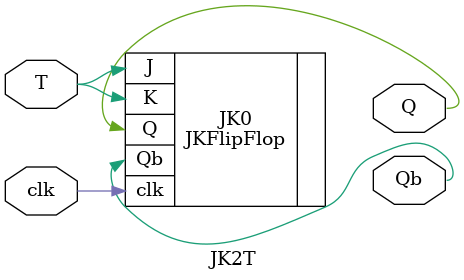
<source format=v>
`timescale 1ns / 1ps


module JK2T(output Q,Qb, input T,clk);

JKFlipFlop JK0(.Q(Q), .Qb(Qb), .J(T), .K(T), .clk(clk));

endmodule

</source>
